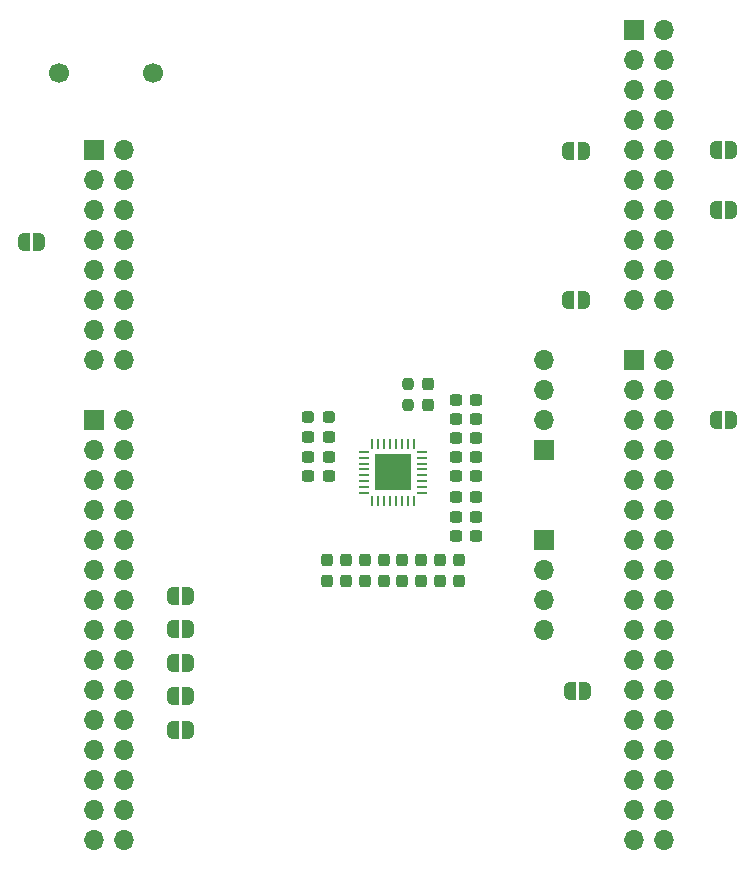
<source format=gbr>
%TF.GenerationSoftware,KiCad,Pcbnew,7.0.6*%
%TF.CreationDate,2023-08-01T18:28:40+01:00*%
%TF.ProjectId,AK4619_DevBoard,414b3436-3139-45f4-9465-76426f617264,rev?*%
%TF.SameCoordinates,Original*%
%TF.FileFunction,Soldermask,Top*%
%TF.FilePolarity,Negative*%
%FSLAX46Y46*%
G04 Gerber Fmt 4.6, Leading zero omitted, Abs format (unit mm)*
G04 Created by KiCad (PCBNEW 7.0.6) date 2023-08-01 18:28:40*
%MOMM*%
%LPD*%
G01*
G04 APERTURE LIST*
G04 Aperture macros list*
%AMRoundRect*
0 Rectangle with rounded corners*
0 $1 Rounding radius*
0 $2 $3 $4 $5 $6 $7 $8 $9 X,Y pos of 4 corners*
0 Add a 4 corners polygon primitive as box body*
4,1,4,$2,$3,$4,$5,$6,$7,$8,$9,$2,$3,0*
0 Add four circle primitives for the rounded corners*
1,1,$1+$1,$2,$3*
1,1,$1+$1,$4,$5*
1,1,$1+$1,$6,$7*
1,1,$1+$1,$8,$9*
0 Add four rect primitives between the rounded corners*
20,1,$1+$1,$2,$3,$4,$5,0*
20,1,$1+$1,$4,$5,$6,$7,0*
20,1,$1+$1,$6,$7,$8,$9,0*
20,1,$1+$1,$8,$9,$2,$3,0*%
%AMFreePoly0*
4,1,19,0.500000,-0.750000,0.000000,-0.750000,0.000000,-0.744911,-0.071157,-0.744911,-0.207708,-0.704816,-0.327430,-0.627875,-0.420627,-0.520320,-0.479746,-0.390866,-0.500000,-0.250000,-0.500000,0.250000,-0.479746,0.390866,-0.420627,0.520320,-0.327430,0.627875,-0.207708,0.704816,-0.071157,0.744911,0.000000,0.744911,0.000000,0.750000,0.500000,0.750000,0.500000,-0.750000,0.500000,-0.750000,
$1*%
%AMFreePoly1*
4,1,19,0.000000,0.744911,0.071157,0.744911,0.207708,0.704816,0.327430,0.627875,0.420627,0.520320,0.479746,0.390866,0.500000,0.250000,0.500000,-0.250000,0.479746,-0.390866,0.420627,-0.520320,0.327430,-0.627875,0.207708,-0.704816,0.071157,-0.744911,0.000000,-0.744911,0.000000,-0.750000,-0.500000,-0.750000,-0.500000,0.750000,0.000000,0.750000,0.000000,0.744911,0.000000,0.744911,
$1*%
G04 Aperture macros list end*
%ADD10RoundRect,0.062500X-0.375000X-0.062500X0.375000X-0.062500X0.375000X0.062500X-0.375000X0.062500X0*%
%ADD11RoundRect,0.062500X-0.062500X-0.375000X0.062500X-0.375000X0.062500X0.375000X-0.062500X0.375000X0*%
%ADD12RoundRect,0.100000X-1.450000X-1.450000X1.450000X-1.450000X1.450000X1.450000X-1.450000X1.450000X0*%
%ADD13C,1.700000*%
%ADD14R,1.700000X1.700000*%
%ADD15O,1.700000X1.700000*%
%ADD16RoundRect,0.237500X0.237500X-0.250000X0.237500X0.250000X-0.237500X0.250000X-0.237500X-0.250000X0*%
%ADD17RoundRect,0.237500X0.287500X0.237500X-0.287500X0.237500X-0.287500X-0.237500X0.287500X-0.237500X0*%
%ADD18FreePoly0,0.000000*%
%ADD19FreePoly1,0.000000*%
%ADD20RoundRect,0.237500X0.300000X0.237500X-0.300000X0.237500X-0.300000X-0.237500X0.300000X-0.237500X0*%
%ADD21RoundRect,0.237500X-0.300000X-0.237500X0.300000X-0.237500X0.300000X0.237500X-0.300000X0.237500X0*%
%ADD22RoundRect,0.237500X-0.237500X0.300000X-0.237500X-0.300000X0.237500X-0.300000X0.237500X0.300000X0*%
G04 APERTURE END LIST*
D10*
%TO.C,U2*%
X162562500Y-71250000D03*
X162562500Y-71750000D03*
X162562500Y-72250000D03*
X162562500Y-72750000D03*
X162562500Y-73250000D03*
X162562500Y-73750000D03*
X162562500Y-74250000D03*
X162562500Y-74750000D03*
D11*
X163250000Y-75437500D03*
X163750000Y-75437500D03*
X164250000Y-75437500D03*
X164750000Y-75437500D03*
X165250000Y-75437500D03*
X165750000Y-75437500D03*
X166250000Y-75437500D03*
X166750000Y-75437500D03*
D10*
X167437500Y-74750000D03*
X167437500Y-74250000D03*
X167437500Y-73750000D03*
X167437500Y-73250000D03*
X167437500Y-72750000D03*
X167437500Y-72250000D03*
X167437500Y-71750000D03*
X167437500Y-71250000D03*
D11*
X166750000Y-70562500D03*
X166250000Y-70562500D03*
X165750000Y-70562500D03*
X165250000Y-70562500D03*
X164750000Y-70562500D03*
X164250000Y-70562500D03*
X163750000Y-70562500D03*
X163250000Y-70562500D03*
D12*
X165000000Y-73000000D03*
%TD*%
D13*
%TO.C,TP2*%
X144700000Y-39200000D03*
%TD*%
%TO.C,TP1*%
X136700000Y-39200000D03*
%TD*%
D14*
%TO.C,J2*%
X177825000Y-78740000D03*
D15*
X177825000Y-81280000D03*
X177825000Y-83820000D03*
X177825000Y-86360000D03*
%TD*%
%TO.C,J1*%
X177800000Y-63500000D03*
X177800000Y-66040000D03*
X177800000Y-68580000D03*
D14*
X177800000Y-71120000D03*
%TD*%
D16*
%TO.C,R1*%
X166300000Y-67312500D03*
X166300000Y-65487500D03*
%TD*%
D17*
%TO.C,L1*%
X159575000Y-68300000D03*
X157825000Y-68300000D03*
%TD*%
D18*
%TO.C,JP12*%
X133750000Y-53500000D03*
D19*
X135050000Y-53500000D03*
%TD*%
D18*
%TO.C,JP11*%
X146350000Y-83500000D03*
D19*
X147650000Y-83500000D03*
%TD*%
D18*
%TO.C,JP10*%
X146350000Y-86300000D03*
D19*
X147650000Y-86300000D03*
%TD*%
D18*
%TO.C,JP9*%
X146350000Y-89100000D03*
D19*
X147650000Y-89100000D03*
%TD*%
D18*
%TO.C,JP8*%
X146350000Y-91900000D03*
D19*
X147650000Y-91900000D03*
%TD*%
D18*
%TO.C,JP7*%
X146350000Y-94800000D03*
D19*
X147650000Y-94800000D03*
%TD*%
D18*
%TO.C,JP6*%
X179950000Y-91500000D03*
D19*
X181250000Y-91500000D03*
%TD*%
D18*
%TO.C,JP5*%
X192350000Y-68600000D03*
D19*
X193650000Y-68600000D03*
%TD*%
D18*
%TO.C,JP4*%
X179850000Y-58400000D03*
D19*
X181150000Y-58400000D03*
%TD*%
D18*
%TO.C,JP3*%
X192350000Y-45700000D03*
D19*
X193650000Y-45700000D03*
%TD*%
D18*
%TO.C,JP2*%
X179850000Y-45800000D03*
D19*
X181150000Y-45800000D03*
%TD*%
D18*
%TO.C,JP1*%
X192350000Y-50800000D03*
D19*
X193650000Y-50800000D03*
%TD*%
D14*
%TO.C,J10*%
X185420000Y-63500000D03*
D15*
X187960000Y-63500000D03*
X185420000Y-66040000D03*
X187960000Y-66040000D03*
X185420000Y-68580000D03*
X187960000Y-68580000D03*
X185420000Y-71120000D03*
X187960000Y-71120000D03*
X185420000Y-73660000D03*
X187960000Y-73660000D03*
X185420000Y-76200000D03*
X187960000Y-76200000D03*
X185420000Y-78740000D03*
X187960000Y-78740000D03*
X185420000Y-81280000D03*
X187960000Y-81280000D03*
X185420000Y-83820000D03*
X187960000Y-83820000D03*
X185420000Y-86360000D03*
X187960000Y-86360000D03*
X185420000Y-88900000D03*
X187960000Y-88900000D03*
X185420000Y-91440000D03*
X187960000Y-91440000D03*
X185420000Y-93980000D03*
X187960000Y-93980000D03*
X185420000Y-96520000D03*
X187960000Y-96520000D03*
X185420000Y-99060000D03*
X187960000Y-99060000D03*
X185420000Y-101600000D03*
X187960000Y-101600000D03*
X185420000Y-104140000D03*
X187960000Y-104140000D03*
%TD*%
D14*
%TO.C,J7*%
X185420000Y-35560000D03*
D15*
X187960000Y-35560000D03*
X185420000Y-38100000D03*
X187960000Y-38100000D03*
X185420000Y-40640000D03*
X187960000Y-40640000D03*
X185420000Y-43180000D03*
X187960000Y-43180000D03*
X185420000Y-45720000D03*
X187960000Y-45720000D03*
X185420000Y-48260000D03*
X187960000Y-48260000D03*
X185420000Y-50800000D03*
X187960000Y-50800000D03*
X185420000Y-53340000D03*
X187960000Y-53340000D03*
X185420000Y-55880000D03*
X187960000Y-55880000D03*
X185420000Y-58420000D03*
X187960000Y-58420000D03*
%TD*%
D14*
%TO.C,J8*%
X139700000Y-45720000D03*
D15*
X142240000Y-45720000D03*
X139700000Y-48260000D03*
X142240000Y-48260000D03*
X139700000Y-50800000D03*
X142240000Y-50800000D03*
X139700000Y-53340000D03*
X142240000Y-53340000D03*
X139700000Y-55880000D03*
X142240000Y-55880000D03*
X139700000Y-58420000D03*
X142240000Y-58420000D03*
X139700000Y-60960000D03*
X142240000Y-60960000D03*
X139700000Y-63500000D03*
X142240000Y-63500000D03*
%TD*%
D14*
%TO.C,J9*%
X139700000Y-68580000D03*
D15*
X142240000Y-68580000D03*
X139700000Y-71120000D03*
X142240000Y-71120000D03*
X139700000Y-73660000D03*
X142240000Y-73660000D03*
X139700000Y-76200000D03*
X142240000Y-76200000D03*
X139700000Y-78740000D03*
X142240000Y-78740000D03*
X139700000Y-81280000D03*
X142240000Y-81280000D03*
X139700000Y-83820000D03*
X142240000Y-83820000D03*
X139700000Y-86360000D03*
X142240000Y-86360000D03*
X139700000Y-88900000D03*
X142240000Y-88900000D03*
X139700000Y-91440000D03*
X142240000Y-91440000D03*
X139700000Y-93980000D03*
X142240000Y-93980000D03*
X139700000Y-96520000D03*
X142240000Y-96520000D03*
X139700000Y-99060000D03*
X142240000Y-99060000D03*
X139700000Y-101600000D03*
X142240000Y-101600000D03*
X139700000Y-104140000D03*
X142240000Y-104140000D03*
%TD*%
D20*
%TO.C,C24*%
X170337500Y-71700000D03*
X172062500Y-71700000D03*
%TD*%
%TO.C,C23*%
X170337500Y-73300000D03*
X172062500Y-73300000D03*
%TD*%
%TO.C,C22*%
X170337500Y-75100000D03*
X172062500Y-75100000D03*
%TD*%
%TO.C,C19*%
X170337500Y-76800000D03*
X172062500Y-76800000D03*
%TD*%
D21*
%TO.C,C18*%
X157837500Y-70000000D03*
X159562500Y-70000000D03*
%TD*%
%TO.C,C17*%
X157837500Y-71700000D03*
X159562500Y-71700000D03*
%TD*%
%TO.C,C16*%
X172062500Y-78400000D03*
X170337500Y-78400000D03*
%TD*%
D20*
%TO.C,C15*%
X159562500Y-73300000D03*
X157837500Y-73300000D03*
%TD*%
D22*
%TO.C,C12*%
X159400000Y-80437500D03*
X159400000Y-82162500D03*
%TD*%
%TO.C,C11*%
X162600000Y-80437500D03*
X162600000Y-82162500D03*
%TD*%
%TO.C,C10*%
X165800000Y-80437500D03*
X165800000Y-82162500D03*
%TD*%
%TO.C,C9*%
X161000000Y-80437500D03*
X161000000Y-82162500D03*
%TD*%
%TO.C,C8*%
X164200000Y-80437500D03*
X164200000Y-82162500D03*
%TD*%
%TO.C,C7*%
X167400000Y-80437500D03*
X167400000Y-82162500D03*
%TD*%
%TO.C,C6*%
X170600000Y-80437500D03*
X170600000Y-82162500D03*
%TD*%
%TO.C,C5*%
X168000000Y-65537500D03*
X168000000Y-67262500D03*
%TD*%
D20*
%TO.C,C4*%
X170337500Y-66900000D03*
X172062500Y-66900000D03*
%TD*%
%TO.C,C3*%
X170337500Y-68500000D03*
X172062500Y-68500000D03*
%TD*%
D22*
%TO.C,C2*%
X169000000Y-80437500D03*
X169000000Y-82162500D03*
%TD*%
D20*
%TO.C,C1*%
X170337500Y-70100000D03*
X172062500Y-70100000D03*
%TD*%
M02*

</source>
